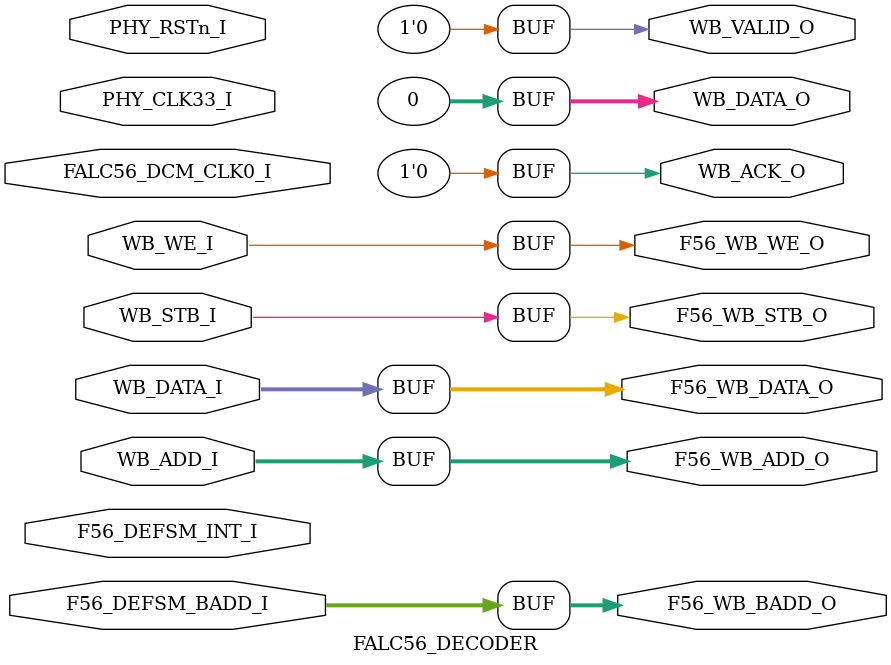
<source format=v>
`timescale 1ns / 1ps

// CROSS CLK
module FALC56_DECODER(
	input FALC56_DCM_CLK0_I,
	input PHY_RSTn_I, 
	input PHY_CLK33_I,
	

	//Wishbone Register
	
	input      [31:0]  WB_ADD_I,
	output reg [31:0]  WB_DATA_O = 0,
	input      [31:0]  WB_DATA_I,
	
	output reg WB_ACK_O = 0,
	output reg WB_VALID_O = 0,
	
	input WB_STB_I,
	input WB_WE_I,
	
	
	input  [7:0] F56_DEFSM_BADD_I,
	input  [1:0] F56_DEFSM_INT_I,
	//Wishbone Register
	input      [31:0]  WB_ADD_I,
	input      [31:0]  WB_DATA_I,
	
	input WB_STB_I,
	input WB_WE_I,
	


	output      [31:0]  F56_WB_ADD_O,
	output      [31:0]  F56_WB_DATA_O,
	
	output F56_WB_STB_O,
	output F56_WB_WE_O,
	// F56 BUS
	output  	   [7:0] F56_WB_BADD_O
	
	
	
    );
	
	always @(*)
		begin
			F56_WB_ADD_O = WB_ADD_I;
			F56_WB_DATA_O = WB_DATA_I;
			
			F56_WB_STB_O = WB_STB_I;
			F56_WB_WE_O = WB_WE_I;
			
			
			F56_WB_BADD_O = F56_DEFSM_BADD_I;
		
		end
	
endmodule

</source>
